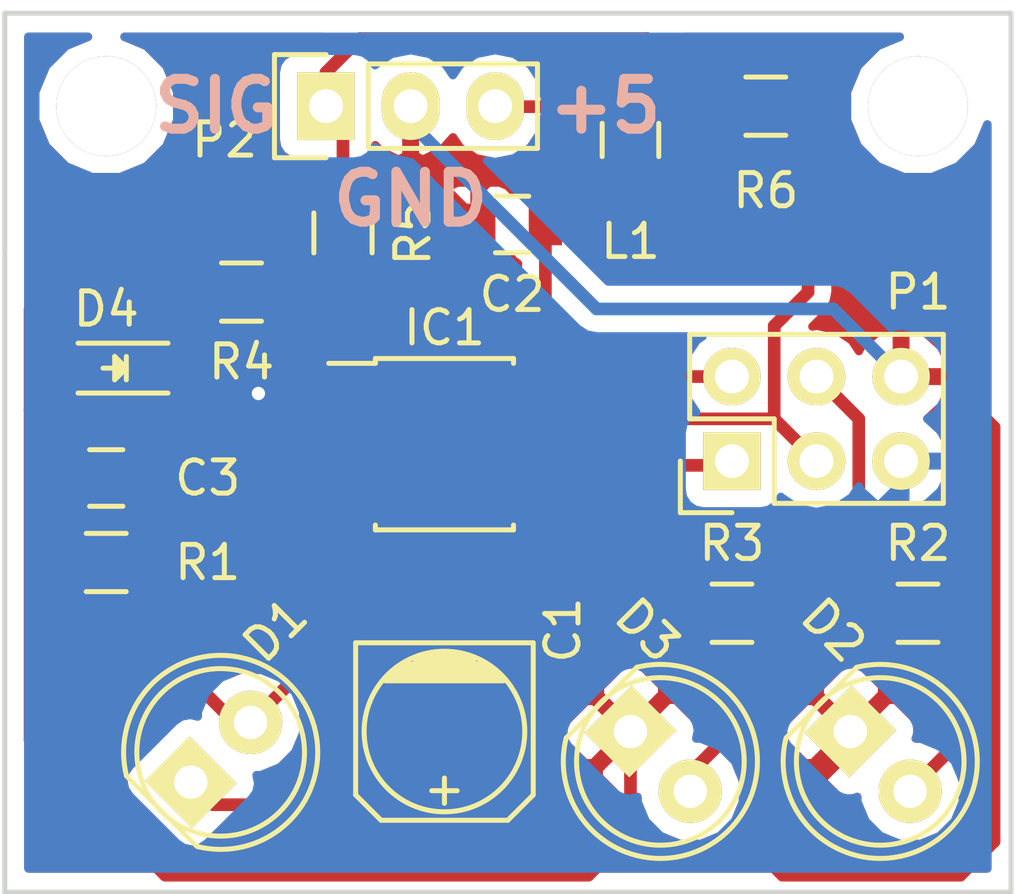
<source format=kicad_pcb>
(kicad_pcb (version 4) (host pcbnew 4.0.1-stable)

  (general
    (links 32)
    (no_connects 0)
    (area 122.593499 92.4105 154.69138 121.233001)
    (thickness 1.6)
    (drawings 8)
    (tracks 133)
    (zones 0)
    (modules 19)
    (nets 16)
  )

  (page A4)
  (layers
    (0 F.Cu signal)
    (31 B.Cu signal)
    (32 B.Adhes user)
    (33 F.Adhes user)
    (34 B.Paste user)
    (35 F.Paste user)
    (36 B.SilkS user)
    (37 F.SilkS user)
    (38 B.Mask user)
    (39 F.Mask user)
    (40 Dwgs.User user)
    (41 Cmts.User user)
    (42 Eco1.User user)
    (43 Eco2.User user)
    (44 Edge.Cuts user)
    (45 Margin user)
    (46 B.CrtYd user)
    (47 F.CrtYd user)
    (48 B.Fab user)
    (49 F.Fab user)
  )

  (setup
    (last_trace_width 0.25)
    (user_trace_width 0.381)
    (user_trace_width 0.508)
    (trace_clearance 0.2)
    (zone_clearance 0.508)
    (zone_45_only no)
    (trace_min 0.2)
    (segment_width 0.2)
    (edge_width 0.15)
    (via_size 0.6)
    (via_drill 0.4)
    (via_min_size 0.4)
    (via_min_drill 0.3)
    (user_via 10.16 7.62)
    (uvia_size 0.3)
    (uvia_drill 0.1)
    (uvias_allowed no)
    (uvia_min_size 0.2)
    (uvia_min_drill 0.1)
    (pcb_text_width 0.3)
    (pcb_text_size 1.5 1.5)
    (mod_edge_width 0.15)
    (mod_text_size 0.000001 0.000001)
    (mod_text_width 0.15)
    (pad_size 1.4 1.4)
    (pad_drill 0.6)
    (pad_to_mask_clearance 0.2)
    (aux_axis_origin 0 0)
    (visible_elements FFFFFF7F)
    (pcbplotparams
      (layerselection 0x010ff_80000001)
      (usegerberextensions true)
      (excludeedgelayer true)
      (linewidth 0.100000)
      (plotframeref false)
      (viasonmask false)
      (mode 1)
      (useauxorigin false)
      (hpglpennumber 1)
      (hpglpenspeed 20)
      (hpglpendiameter 15)
      (hpglpenoverlay 2)
      (psnegative false)
      (psa4output false)
      (plotreference true)
      (plotvalue true)
      (plotinvisibletext false)
      (padsonsilk false)
      (subtractmaskfromsilk false)
      (outputformat 1)
      (mirror false)
      (drillshape 0)
      (scaleselection 1)
      (outputdirectory gerbers/))
  )

  (net 0 "")
  (net 1 "Net-(C1-Pad1)")
  (net 2 GND)
  (net 3 VCC)
  (net 4 "Net-(D2-Pad2)")
  (net 5 "Net-(D3-Pad2)")
  (net 6 "Net-(D4-Pad2)")
  (net 7 "Net-(IC1-Pad1)")
  (net 8 "Net-(IC1-Pad2)")
  (net 9 "Net-(IC1-Pad5)")
  (net 10 "Net-(IC1-Pad6)")
  (net 11 "Net-(IC1-Pad7)")
  (net 12 "Net-(L1-Pad2)")
  (net 13 "Net-(P2-Pad1)")
  (net 14 "Net-(W1-Pad1)")
  (net 15 "Net-(W2-Pad1)")

  (net_class Default "This is the default net class."
    (clearance 0.2)
    (trace_width 0.25)
    (via_dia 0.6)
    (via_drill 0.4)
    (uvia_dia 0.3)
    (uvia_drill 0.1)
    (add_net GND)
    (add_net "Net-(C1-Pad1)")
    (add_net "Net-(D2-Pad2)")
    (add_net "Net-(D3-Pad2)")
    (add_net "Net-(D4-Pad2)")
    (add_net "Net-(IC1-Pad1)")
    (add_net "Net-(IC1-Pad2)")
    (add_net "Net-(IC1-Pad5)")
    (add_net "Net-(IC1-Pad6)")
    (add_net "Net-(IC1-Pad7)")
    (add_net "Net-(L1-Pad2)")
    (add_net "Net-(P2-Pad1)")
    (add_net "Net-(W1-Pad1)")
    (add_net "Net-(W2-Pad1)")
    (add_net VCC)
  )

  (module Capacitors_SMD:c_elec_5x5.7 (layer F.Cu) (tedit 56F6EDE5) (tstamp 56F75140)
    (at 136.144 116.332 270)
    (descr "SMT capacitor, aluminium electrolytic, 5x5.7")
    (path /56E9FDD8)
    (attr smd)
    (fp_text reference C1 (at -3.048 -3.556 270) (layer F.SilkS)
      (effects (font (size 1 1) (thickness 0.15)))
    )
    (fp_text value "22uF 25v" (at 0 3.81 270) (layer F.Fab) hide
      (effects (font (size 1 1) (thickness 0.15)))
    )
    (fp_line (start -3.95 -3) (end 3.95 -3) (layer F.CrtYd) (width 0.05))
    (fp_line (start 3.95 -3) (end 3.95 3) (layer F.CrtYd) (width 0.05))
    (fp_line (start 3.95 3) (end -3.95 3) (layer F.CrtYd) (width 0.05))
    (fp_line (start -3.95 3) (end -3.95 -3) (layer F.CrtYd) (width 0.05))
    (fp_line (start -2.286 -0.635) (end -2.286 0.762) (layer F.SilkS) (width 0.15))
    (fp_line (start -2.159 -0.889) (end -2.159 0.889) (layer F.SilkS) (width 0.15))
    (fp_line (start -2.032 -1.27) (end -2.032 1.27) (layer F.SilkS) (width 0.15))
    (fp_line (start -1.905 1.397) (end -1.905 -1.397) (layer F.SilkS) (width 0.15))
    (fp_line (start -1.778 -1.524) (end -1.778 1.524) (layer F.SilkS) (width 0.15))
    (fp_line (start -1.651 1.651) (end -1.651 -1.651) (layer F.SilkS) (width 0.15))
    (fp_line (start -1.524 -1.778) (end -1.524 1.778) (layer F.SilkS) (width 0.15))
    (fp_line (start -2.667 -2.667) (end 1.905 -2.667) (layer F.SilkS) (width 0.15))
    (fp_line (start 1.905 -2.667) (end 2.667 -1.905) (layer F.SilkS) (width 0.15))
    (fp_line (start 2.667 -1.905) (end 2.667 1.905) (layer F.SilkS) (width 0.15))
    (fp_line (start 2.667 1.905) (end 1.905 2.667) (layer F.SilkS) (width 0.15))
    (fp_line (start 1.905 2.667) (end -2.667 2.667) (layer F.SilkS) (width 0.15))
    (fp_line (start -2.667 2.667) (end -2.667 -2.667) (layer F.SilkS) (width 0.15))
    (fp_line (start 2.159 0) (end 1.397 0) (layer F.SilkS) (width 0.15))
    (fp_line (start 1.778 -0.381) (end 1.778 0.381) (layer F.SilkS) (width 0.15))
    (fp_circle (center 0 0) (end -2.413 0) (layer F.SilkS) (width 0.15))
    (pad 1 smd rect (at 2.19964 0 270) (size 2.99974 1.6002) (layers F.Cu F.Paste F.Mask)
      (net 1 "Net-(C1-Pad1)"))
    (pad 2 smd rect (at -2.19964 0 270) (size 2.99974 1.6002) (layers F.Cu F.Paste F.Mask)
      (net 2 GND))
    (model Capacitors_SMD.3dshapes/c_elec_5x5.7.wrl
      (at (xyz 0 0 0))
      (scale (xyz 1 1 1))
      (rotate (xyz 0 0 0))
    )
  )

  (module Capacitors_SMD:C_0805 (layer F.Cu) (tedit 56F6ECA1) (tstamp 56F7514C)
    (at 138.176 101.092 180)
    (descr "Capacitor SMD 0805, reflow soldering, AVX (see smccp.pdf)")
    (tags "capacitor 0805")
    (path /56E9FE32)
    (attr smd)
    (fp_text reference C2 (at 0 -2.1 180) (layer F.SilkS)
      (effects (font (size 1 1) (thickness 0.15)))
    )
    (fp_text value 100nF (at 0 2.1 180) (layer F.Fab) hide
      (effects (font (size 1 1) (thickness 0.15)))
    )
    (fp_line (start -1.8 -1) (end 1.8 -1) (layer F.CrtYd) (width 0.05))
    (fp_line (start -1.8 1) (end 1.8 1) (layer F.CrtYd) (width 0.05))
    (fp_line (start -1.8 -1) (end -1.8 1) (layer F.CrtYd) (width 0.05))
    (fp_line (start 1.8 -1) (end 1.8 1) (layer F.CrtYd) (width 0.05))
    (fp_line (start 0.5 -0.85) (end -0.5 -0.85) (layer F.SilkS) (width 0.15))
    (fp_line (start -0.5 0.85) (end 0.5 0.85) (layer F.SilkS) (width 0.15))
    (pad 1 smd rect (at -1 0 180) (size 1 1.25) (layers F.Cu F.Paste F.Mask)
      (net 1 "Net-(C1-Pad1)"))
    (pad 2 smd rect (at 1 0 180) (size 1 1.25) (layers F.Cu F.Paste F.Mask)
      (net 2 GND))
    (model Capacitors_SMD.3dshapes/C_0805.wrl
      (at (xyz 0 0 0))
      (scale (xyz 1 1 1))
      (rotate (xyz 0 0 0))
    )
  )

  (module Capacitors_SMD:C_0805 (layer F.Cu) (tedit 56F6F363) (tstamp 56F75158)
    (at 125.984 108.712)
    (descr "Capacitor SMD 0805, reflow soldering, AVX (see smccp.pdf)")
    (tags "capacitor 0805")
    (path /56E9FF0F)
    (attr smd)
    (fp_text reference C3 (at 3.048 0) (layer F.SilkS)
      (effects (font (size 1 1) (thickness 0.15)))
    )
    (fp_text value 1nF (at 0 2.1) (layer F.Fab) hide
      (effects (font (size 1 1) (thickness 0.15)))
    )
    (fp_line (start -1.8 -1) (end 1.8 -1) (layer F.CrtYd) (width 0.05))
    (fp_line (start -1.8 1) (end 1.8 1) (layer F.CrtYd) (width 0.05))
    (fp_line (start -1.8 -1) (end -1.8 1) (layer F.CrtYd) (width 0.05))
    (fp_line (start 1.8 -1) (end 1.8 1) (layer F.CrtYd) (width 0.05))
    (fp_line (start 0.5 -0.85) (end -0.5 -0.85) (layer F.SilkS) (width 0.15))
    (fp_line (start -0.5 0.85) (end 0.5 0.85) (layer F.SilkS) (width 0.15))
    (pad 1 smd rect (at -1 0) (size 1 1.25) (layers F.Cu F.Paste F.Mask)
      (net 3 VCC))
    (pad 2 smd rect (at 1 0) (size 1 1.25) (layers F.Cu F.Paste F.Mask)
      (net 2 GND))
    (model Capacitors_SMD.3dshapes/C_0805.wrl
      (at (xyz 0 0 0))
      (scale (xyz 1 1 1))
      (rotate (xyz 0 0 0))
    )
  )

  (module LEDs:LED-5MM (layer F.Cu) (tedit 56F6EDF2) (tstamp 56F75164)
    (at 128.524 117.856 45)
    (descr "LED 5mm round vertical")
    (tags "LED 5mm round vertical")
    (path /56EA38D2)
    (fp_text reference D1 (at 5.028943 -1.436841 45) (layer F.SilkS)
      (effects (font (size 1 1) (thickness 0.15)))
    )
    (fp_text value SFH3100F (at 1.524 -3.937 45) (layer F.Fab) hide
      (effects (font (size 1 1) (thickness 0.15)))
    )
    (fp_line (start -1.5 -1.55) (end -1.5 1.55) (layer F.CrtYd) (width 0.05))
    (fp_arc (start 1.3 0) (end -1.5 1.55) (angle -302) (layer F.CrtYd) (width 0.05))
    (fp_arc (start 1.27 0) (end -1.23 -1.5) (angle 297.5) (layer F.SilkS) (width 0.15))
    (fp_line (start -1.23 1.5) (end -1.23 -1.5) (layer F.SilkS) (width 0.15))
    (fp_circle (center 1.27 0) (end 0.97 -2.5) (layer F.SilkS) (width 0.15))
    (fp_text user K (at -1.905 1.905 45) (layer F.SilkS) hide
      (effects (font (size 1 1) (thickness 0.15)))
    )
    (pad 1 thru_hole rect (at 0 0 135) (size 2 1.9) (drill 1.00076) (layers *.Cu *.Mask F.SilkS)
      (net 1 "Net-(C1-Pad1)"))
    (pad 2 thru_hole circle (at 2.54 0 45) (size 1.9 1.9) (drill 1.00076) (layers *.Cu *.Mask F.SilkS)
      (net 3 VCC))
    (model LEDs.3dshapes/LED-5MM.wrl
      (at (xyz 0.05 0 0))
      (scale (xyz 1 1 1))
      (rotate (xyz 0 0 90))
    )
  )

  (module LEDs:LED-5MM (layer F.Cu) (tedit 56F6EDF9) (tstamp 56F75170)
    (at 148.336 116.332 315)
    (descr "LED 5mm round vertical")
    (tags "LED 5mm round vertical")
    (path /56E9FFED)
    (fp_text reference D2 (at -2.514472 -1.796051 315) (layer F.SilkS)
      (effects (font (size 1 1) (thickness 0.15)))
    )
    (fp_text value IR1 (at 1.524 -3.937 315) (layer F.Fab) hide
      (effects (font (size 1 1) (thickness 0.15)))
    )
    (fp_line (start -1.5 -1.55) (end -1.5 1.55) (layer F.CrtYd) (width 0.05))
    (fp_arc (start 1.3 0) (end -1.5 1.55) (angle -302) (layer F.CrtYd) (width 0.05))
    (fp_arc (start 1.27 0) (end -1.23 -1.5) (angle 297.5) (layer F.SilkS) (width 0.15))
    (fp_line (start -1.23 1.5) (end -1.23 -1.5) (layer F.SilkS) (width 0.15))
    (fp_circle (center 1.27 0) (end 0.97 -2.5) (layer F.SilkS) (width 0.15))
    (fp_text user K (at -1.905 1.905 315) (layer F.SilkS) hide
      (effects (font (size 1 1) (thickness 0.15)))
    )
    (pad 1 thru_hole rect (at 0 0 45) (size 2 1.9) (drill 1.00076) (layers *.Cu *.Mask F.SilkS)
      (net 2 GND))
    (pad 2 thru_hole circle (at 2.54 0 315) (size 1.9 1.9) (drill 1.00076) (layers *.Cu *.Mask F.SilkS)
      (net 4 "Net-(D2-Pad2)"))
    (model LEDs.3dshapes/LED-5MM.wrl
      (at (xyz 0.05 0 0))
      (scale (xyz 1 1 1))
      (rotate (xyz 0 0 90))
    )
  )

  (module LEDs:LED-5MM (layer F.Cu) (tedit 56F6EDE8) (tstamp 56F7517C)
    (at 141.732 116.332 315)
    (descr "LED 5mm round vertical")
    (tags "LED 5mm round vertical")
    (path /56EA003D)
    (fp_text reference D3 (at -1.796051 -2.514472 315) (layer F.SilkS)
      (effects (font (size 1 1) (thickness 0.15)))
    )
    (fp_text value IR2 (at 1.524 -3.937 315) (layer F.Fab) hide
      (effects (font (size 1 1) (thickness 0.15)))
    )
    (fp_line (start -1.5 -1.55) (end -1.5 1.55) (layer F.CrtYd) (width 0.05))
    (fp_arc (start 1.3 0) (end -1.5 1.55) (angle -302) (layer F.CrtYd) (width 0.05))
    (fp_arc (start 1.27 0) (end -1.23 -1.5) (angle 297.5) (layer F.SilkS) (width 0.15))
    (fp_line (start -1.23 1.5) (end -1.23 -1.5) (layer F.SilkS) (width 0.15))
    (fp_circle (center 1.27 0) (end 0.97 -2.5) (layer F.SilkS) (width 0.15))
    (fp_text user K (at -1.905 1.905 315) (layer F.SilkS) hide
      (effects (font (size 1 1) (thickness 0.15)))
    )
    (pad 1 thru_hole rect (at 0 0 45) (size 2 1.9) (drill 1.00076) (layers *.Cu *.Mask F.SilkS)
      (net 2 GND))
    (pad 2 thru_hole circle (at 2.54 0 315) (size 1.9 1.9) (drill 1.00076) (layers *.Cu *.Mask F.SilkS)
      (net 5 "Net-(D3-Pad2)"))
    (model LEDs.3dshapes/LED-5MM.wrl
      (at (xyz 0.05 0 0))
      (scale (xyz 1 1 1))
      (rotate (xyz 0 0 90))
    )
  )

  (module LEDs:LED_0805 (layer F.Cu) (tedit 56F6F361) (tstamp 56F7518F)
    (at 126.238 105.41 180)
    (descr "LED 0805 smd package")
    (tags "LED 0805 SMD")
    (path /56EA0088)
    (attr smd)
    (fp_text reference D4 (at 0.254 1.778 180) (layer F.SilkS)
      (effects (font (size 1 1) (thickness 0.15)))
    )
    (fp_text value PWR (at 0 1.75 180) (layer F.Fab) hide
      (effects (font (size 1 1) (thickness 0.15)))
    )
    (fp_line (start -1.6 0.75) (end 1.1 0.75) (layer F.SilkS) (width 0.15))
    (fp_line (start -1.6 -0.75) (end 1.1 -0.75) (layer F.SilkS) (width 0.15))
    (fp_line (start -0.1 0.15) (end -0.1 -0.1) (layer F.SilkS) (width 0.15))
    (fp_line (start -0.1 -0.1) (end -0.25 0.05) (layer F.SilkS) (width 0.15))
    (fp_line (start -0.35 -0.35) (end -0.35 0.35) (layer F.SilkS) (width 0.15))
    (fp_line (start 0 0) (end 0.35 0) (layer F.SilkS) (width 0.15))
    (fp_line (start -0.35 0) (end 0 -0.35) (layer F.SilkS) (width 0.15))
    (fp_line (start 0 -0.35) (end 0 0.35) (layer F.SilkS) (width 0.15))
    (fp_line (start 0 0.35) (end -0.35 0) (layer F.SilkS) (width 0.15))
    (fp_line (start 1.9 -0.95) (end 1.9 0.95) (layer F.CrtYd) (width 0.05))
    (fp_line (start 1.9 0.95) (end -1.9 0.95) (layer F.CrtYd) (width 0.05))
    (fp_line (start -1.9 0.95) (end -1.9 -0.95) (layer F.CrtYd) (width 0.05))
    (fp_line (start -1.9 -0.95) (end 1.9 -0.95) (layer F.CrtYd) (width 0.05))
    (pad 2 smd rect (at 1.04902 0) (size 1.19888 1.19888) (layers F.Cu F.Paste F.Mask)
      (net 6 "Net-(D4-Pad2)"))
    (pad 1 smd rect (at -1.04902 0) (size 1.19888 1.19888) (layers F.Cu F.Paste F.Mask)
      (net 2 GND))
    (model LEDs.3dshapes/LED_0805.wrl
      (at (xyz 0 0 0))
      (scale (xyz 1 1 1))
      (rotate (xyz 0 0 0))
    )
  )

  (module Housings_SOIC:SOIC-8_3.9x4.9mm_Pitch1.27mm (layer F.Cu) (tedit 56F6EC24) (tstamp 56F751A6)
    (at 136.144 107.696)
    (descr "8-Lead Plastic Small Outline (SN) - Narrow, 3.90 mm Body [SOIC] (see Microchip Packaging Specification 00000049BS.pdf)")
    (tags "SOIC 1.27")
    (path /56E9FD4A)
    (attr smd)
    (fp_text reference IC1 (at 0 -3.5) (layer F.SilkS)
      (effects (font (size 1 1) (thickness 0.15)))
    )
    (fp_text value ATTINY25-SS (at 0 3.5) (layer F.Fab) hide
      (effects (font (size 1 1) (thickness 0.15)))
    )
    (fp_line (start -3.75 -2.75) (end -3.75 2.75) (layer F.CrtYd) (width 0.05))
    (fp_line (start 3.75 -2.75) (end 3.75 2.75) (layer F.CrtYd) (width 0.05))
    (fp_line (start -3.75 -2.75) (end 3.75 -2.75) (layer F.CrtYd) (width 0.05))
    (fp_line (start -3.75 2.75) (end 3.75 2.75) (layer F.CrtYd) (width 0.05))
    (fp_line (start -2.075 -2.575) (end -2.075 -2.43) (layer F.SilkS) (width 0.15))
    (fp_line (start 2.075 -2.575) (end 2.075 -2.43) (layer F.SilkS) (width 0.15))
    (fp_line (start 2.075 2.575) (end 2.075 2.43) (layer F.SilkS) (width 0.15))
    (fp_line (start -2.075 2.575) (end -2.075 2.43) (layer F.SilkS) (width 0.15))
    (fp_line (start -2.075 -2.575) (end 2.075 -2.575) (layer F.SilkS) (width 0.15))
    (fp_line (start -2.075 2.575) (end 2.075 2.575) (layer F.SilkS) (width 0.15))
    (fp_line (start -2.075 -2.43) (end -3.475 -2.43) (layer F.SilkS) (width 0.15))
    (pad 1 smd rect (at -2.7 -1.905) (size 1.55 0.6) (layers F.Cu F.Paste F.Mask)
      (net 7 "Net-(IC1-Pad1)"))
    (pad 2 smd rect (at -2.7 -0.635) (size 1.55 0.6) (layers F.Cu F.Paste F.Mask)
      (net 8 "Net-(IC1-Pad2)"))
    (pad 3 smd rect (at -2.7 0.635) (size 1.55 0.6) (layers F.Cu F.Paste F.Mask)
      (net 3 VCC))
    (pad 4 smd rect (at -2.7 1.905) (size 1.55 0.6) (layers F.Cu F.Paste F.Mask)
      (net 2 GND))
    (pad 5 smd rect (at 2.7 1.905) (size 1.55 0.6) (layers F.Cu F.Paste F.Mask)
      (net 9 "Net-(IC1-Pad5)"))
    (pad 6 smd rect (at 2.7 0.635) (size 1.55 0.6) (layers F.Cu F.Paste F.Mask)
      (net 10 "Net-(IC1-Pad6)"))
    (pad 7 smd rect (at 2.7 -0.635) (size 1.55 0.6) (layers F.Cu F.Paste F.Mask)
      (net 11 "Net-(IC1-Pad7)"))
    (pad 8 smd rect (at 2.7 -1.905) (size 1.55 0.6) (layers F.Cu F.Paste F.Mask)
      (net 1 "Net-(C1-Pad1)"))
    (model Housings_SOIC.3dshapes/SOIC-8_3.9x4.9mm_Pitch1.27mm.wrl
      (at (xyz 0 0 0))
      (scale (xyz 1 1 1))
      (rotate (xyz 0 0 0))
    )
  )

  (module Capacitors_SMD:C_0805 (layer F.Cu) (tedit 56F6EEAE) (tstamp 56F751B2)
    (at 141.732 98.552 90)
    (descr "Capacitor SMD 0805, reflow soldering, AVX (see smccp.pdf)")
    (tags "capacitor 0805")
    (path /56EA0229)
    (attr smd)
    (fp_text reference L1 (at -3.048 0 180) (layer F.SilkS)
      (effects (font (size 1 1) (thickness 0.15)))
    )
    (fp_text value 1uH (at 0 2.1 90) (layer F.Fab) hide
      (effects (font (size 1 1) (thickness 0.15)))
    )
    (fp_line (start -1.8 -1) (end 1.8 -1) (layer F.CrtYd) (width 0.05))
    (fp_line (start -1.8 1) (end 1.8 1) (layer F.CrtYd) (width 0.05))
    (fp_line (start -1.8 -1) (end -1.8 1) (layer F.CrtYd) (width 0.05))
    (fp_line (start 1.8 -1) (end 1.8 1) (layer F.CrtYd) (width 0.05))
    (fp_line (start 0.5 -0.85) (end -0.5 -0.85) (layer F.SilkS) (width 0.15))
    (fp_line (start -0.5 0.85) (end 0.5 0.85) (layer F.SilkS) (width 0.15))
    (pad 1 smd rect (at -1 0 90) (size 1 1.25) (layers F.Cu F.Paste F.Mask)
      (net 1 "Net-(C1-Pad1)"))
    (pad 2 smd rect (at 1 0 90) (size 1 1.25) (layers F.Cu F.Paste F.Mask)
      (net 12 "Net-(L1-Pad2)"))
    (model Capacitors_SMD.3dshapes/C_0805.wrl
      (at (xyz 0 0 0))
      (scale (xyz 1 1 1))
      (rotate (xyz 0 0 0))
    )
  )

  (module Pin_Headers:Pin_Header_Straight_2x03 (layer F.Cu) (tedit 56F6EBDC) (tstamp 56F751C9)
    (at 144.78 108.204 90)
    (descr "Through hole pin header")
    (tags "pin header")
    (path /56EA00EB)
    (fp_text reference P1 (at 5.08 5.588 180) (layer F.SilkS)
      (effects (font (size 1 1) (thickness 0.15)))
    )
    (fp_text value AVR_ISP (at 0 -3.1 90) (layer F.Fab) hide
      (effects (font (size 1 1) (thickness 0.15)))
    )
    (fp_line (start -1.27 1.27) (end -1.27 6.35) (layer F.SilkS) (width 0.15))
    (fp_line (start -1.55 -1.55) (end 0 -1.55) (layer F.SilkS) (width 0.15))
    (fp_line (start -1.75 -1.75) (end -1.75 6.85) (layer F.CrtYd) (width 0.05))
    (fp_line (start 4.3 -1.75) (end 4.3 6.85) (layer F.CrtYd) (width 0.05))
    (fp_line (start -1.75 -1.75) (end 4.3 -1.75) (layer F.CrtYd) (width 0.05))
    (fp_line (start -1.75 6.85) (end 4.3 6.85) (layer F.CrtYd) (width 0.05))
    (fp_line (start 1.27 -1.27) (end 1.27 1.27) (layer F.SilkS) (width 0.15))
    (fp_line (start 1.27 1.27) (end -1.27 1.27) (layer F.SilkS) (width 0.15))
    (fp_line (start -1.27 6.35) (end 3.81 6.35) (layer F.SilkS) (width 0.15))
    (fp_line (start 3.81 6.35) (end 3.81 1.27) (layer F.SilkS) (width 0.15))
    (fp_line (start -1.55 -1.55) (end -1.55 0) (layer F.SilkS) (width 0.15))
    (fp_line (start 3.81 -1.27) (end 1.27 -1.27) (layer F.SilkS) (width 0.15))
    (fp_line (start 3.81 1.27) (end 3.81 -1.27) (layer F.SilkS) (width 0.15))
    (pad 1 thru_hole rect (at 0 0 90) (size 1.7272 1.7272) (drill 1.016) (layers *.Cu *.Mask F.SilkS)
      (net 10 "Net-(IC1-Pad6)"))
    (pad 2 thru_hole oval (at 2.54 0 90) (size 1.7272 1.7272) (drill 1.016) (layers *.Cu *.Mask F.SilkS)
      (net 1 "Net-(C1-Pad1)"))
    (pad 3 thru_hole oval (at 0 2.54 90) (size 1.7272 1.7272) (drill 1.016) (layers *.Cu *.Mask F.SilkS)
      (net 11 "Net-(IC1-Pad7)"))
    (pad 4 thru_hole oval (at 2.54 2.54 90) (size 1.7272 1.7272) (drill 1.016) (layers *.Cu *.Mask F.SilkS)
      (net 9 "Net-(IC1-Pad5)"))
    (pad 5 thru_hole oval (at 0 5.08 90) (size 1.7272 1.7272) (drill 1.016) (layers *.Cu *.Mask F.SilkS)
      (net 7 "Net-(IC1-Pad1)"))
    (pad 6 thru_hole oval (at 2.54 5.08 90) (size 1.7272 1.7272) (drill 1.016) (layers *.Cu *.Mask F.SilkS)
      (net 2 GND))
    (model Pin_Headers.3dshapes/Pin_Header_Straight_2x03.wrl
      (at (xyz 0.05 -0.1 0))
      (scale (xyz 1 1 1))
      (rotate (xyz 0 0 90))
    )
  )

  (module Pin_Headers:Pin_Header_Straight_1x03 (layer F.Cu) (tedit 56F6EBE1) (tstamp 56F751DB)
    (at 132.588 97.536 90)
    (descr "Through hole pin header")
    (tags "pin header")
    (path /56EA01E2)
    (fp_text reference P2 (at -1.016 -3.048 180) (layer F.SilkS)
      (effects (font (size 1 1) (thickness 0.15)))
    )
    (fp_text value OUT (at 0 -3.1 90) (layer F.Fab) hide
      (effects (font (size 1 1) (thickness 0.15)))
    )
    (fp_line (start -1.75 -1.75) (end -1.75 6.85) (layer F.CrtYd) (width 0.05))
    (fp_line (start 1.75 -1.75) (end 1.75 6.85) (layer F.CrtYd) (width 0.05))
    (fp_line (start -1.75 -1.75) (end 1.75 -1.75) (layer F.CrtYd) (width 0.05))
    (fp_line (start -1.75 6.85) (end 1.75 6.85) (layer F.CrtYd) (width 0.05))
    (fp_line (start -1.27 1.27) (end -1.27 6.35) (layer F.SilkS) (width 0.15))
    (fp_line (start -1.27 6.35) (end 1.27 6.35) (layer F.SilkS) (width 0.15))
    (fp_line (start 1.27 6.35) (end 1.27 1.27) (layer F.SilkS) (width 0.15))
    (fp_line (start 1.55 -1.55) (end 1.55 0) (layer F.SilkS) (width 0.15))
    (fp_line (start 1.27 1.27) (end -1.27 1.27) (layer F.SilkS) (width 0.15))
    (fp_line (start -1.55 0) (end -1.55 -1.55) (layer F.SilkS) (width 0.15))
    (fp_line (start -1.55 -1.55) (end 1.55 -1.55) (layer F.SilkS) (width 0.15))
    (pad 1 thru_hole rect (at 0 0 90) (size 2.032 1.7272) (drill 1.016) (layers *.Cu *.Mask F.SilkS)
      (net 13 "Net-(P2-Pad1)"))
    (pad 2 thru_hole oval (at 0 2.54 90) (size 2.032 1.7272) (drill 1.016) (layers *.Cu *.Mask F.SilkS)
      (net 2 GND))
    (pad 3 thru_hole oval (at 0 5.08 90) (size 2.032 1.7272) (drill 1.016) (layers *.Cu *.Mask F.SilkS)
      (net 12 "Net-(L1-Pad2)"))
    (model Pin_Headers.3dshapes/Pin_Header_Straight_1x03.wrl
      (at (xyz 0 -0.1 0))
      (scale (xyz 1 1 1))
      (rotate (xyz 0 0 90))
    )
  )

  (module Resistors_SMD:R_0805 (layer F.Cu) (tedit 56F6F367) (tstamp 56F751E7)
    (at 125.984 111.252)
    (descr "Resistor SMD 0805, reflow soldering, Vishay (see dcrcw.pdf)")
    (tags "resistor 0805")
    (path /56E9FD98)
    (attr smd)
    (fp_text reference R1 (at 3.048 0) (layer F.SilkS)
      (effects (font (size 1 1) (thickness 0.15)))
    )
    (fp_text value 6k8 (at 0 2.1) (layer F.Fab) hide
      (effects (font (size 1 1) (thickness 0.15)))
    )
    (fp_line (start -1.6 -1) (end 1.6 -1) (layer F.CrtYd) (width 0.05))
    (fp_line (start -1.6 1) (end 1.6 1) (layer F.CrtYd) (width 0.05))
    (fp_line (start -1.6 -1) (end -1.6 1) (layer F.CrtYd) (width 0.05))
    (fp_line (start 1.6 -1) (end 1.6 1) (layer F.CrtYd) (width 0.05))
    (fp_line (start 0.6 0.875) (end -0.6 0.875) (layer F.SilkS) (width 0.15))
    (fp_line (start -0.6 -0.875) (end 0.6 -0.875) (layer F.SilkS) (width 0.15))
    (pad 1 smd rect (at -0.95 0) (size 0.7 1.3) (layers F.Cu F.Paste F.Mask)
      (net 3 VCC))
    (pad 2 smd rect (at 0.95 0) (size 0.7 1.3) (layers F.Cu F.Paste F.Mask)
      (net 2 GND))
    (model Resistors_SMD.3dshapes/R_0805.wrl
      (at (xyz 0 0 0))
      (scale (xyz 1 1 1))
      (rotate (xyz 0 0 0))
    )
  )

  (module Resistors_SMD:R_0805 (layer F.Cu) (tedit 56F6ECA6) (tstamp 56F751F3)
    (at 150.368 112.776)
    (descr "Resistor SMD 0805, reflow soldering, Vishay (see dcrcw.pdf)")
    (tags "resistor 0805")
    (path /56E9FF4F)
    (attr smd)
    (fp_text reference R2 (at 0 -2.1) (layer F.SilkS)
      (effects (font (size 1 1) (thickness 0.15)))
    )
    (fp_text value 866R (at 0 2.1) (layer F.Fab) hide
      (effects (font (size 1 1) (thickness 0.15)))
    )
    (fp_line (start -1.6 -1) (end 1.6 -1) (layer F.CrtYd) (width 0.05))
    (fp_line (start -1.6 1) (end 1.6 1) (layer F.CrtYd) (width 0.05))
    (fp_line (start -1.6 -1) (end -1.6 1) (layer F.CrtYd) (width 0.05))
    (fp_line (start 1.6 -1) (end 1.6 1) (layer F.CrtYd) (width 0.05))
    (fp_line (start 0.6 0.875) (end -0.6 0.875) (layer F.SilkS) (width 0.15))
    (fp_line (start -0.6 -0.875) (end 0.6 -0.875) (layer F.SilkS) (width 0.15))
    (pad 1 smd rect (at -0.95 0) (size 0.7 1.3) (layers F.Cu F.Paste F.Mask)
      (net 9 "Net-(IC1-Pad5)"))
    (pad 2 smd rect (at 0.95 0) (size 0.7 1.3) (layers F.Cu F.Paste F.Mask)
      (net 4 "Net-(D2-Pad2)"))
    (model Resistors_SMD.3dshapes/R_0805.wrl
      (at (xyz 0 0 0))
      (scale (xyz 1 1 1))
      (rotate (xyz 0 0 0))
    )
  )

  (module Resistors_SMD:R_0805 (layer F.Cu) (tedit 56F6ECBD) (tstamp 56F751FF)
    (at 144.78 112.776)
    (descr "Resistor SMD 0805, reflow soldering, Vishay (see dcrcw.pdf)")
    (tags "resistor 0805")
    (path /56E9FF88)
    (attr smd)
    (fp_text reference R3 (at 0 -2.1) (layer F.SilkS)
      (effects (font (size 1 1) (thickness 0.15)))
    )
    (fp_text value 1k (at 0 2.1) (layer F.Fab) hide
      (effects (font (size 1 1) (thickness 0.15)))
    )
    (fp_line (start -1.6 -1) (end 1.6 -1) (layer F.CrtYd) (width 0.05))
    (fp_line (start -1.6 1) (end 1.6 1) (layer F.CrtYd) (width 0.05))
    (fp_line (start -1.6 -1) (end -1.6 1) (layer F.CrtYd) (width 0.05))
    (fp_line (start 1.6 -1) (end 1.6 1) (layer F.CrtYd) (width 0.05))
    (fp_line (start 0.6 0.875) (end -0.6 0.875) (layer F.SilkS) (width 0.15))
    (fp_line (start -0.6 -0.875) (end 0.6 -0.875) (layer F.SilkS) (width 0.15))
    (pad 1 smd rect (at -0.95 0) (size 0.7 1.3) (layers F.Cu F.Paste F.Mask)
      (net 10 "Net-(IC1-Pad6)"))
    (pad 2 smd rect (at 0.95 0) (size 0.7 1.3) (layers F.Cu F.Paste F.Mask)
      (net 5 "Net-(D3-Pad2)"))
    (model Resistors_SMD.3dshapes/R_0805.wrl
      (at (xyz 0 0 0))
      (scale (xyz 1 1 1))
      (rotate (xyz 0 0 0))
    )
  )

  (module Resistors_SMD:R_0805 (layer F.Cu) (tedit 56F6ECA9) (tstamp 56F7520B)
    (at 130.048 103.124 180)
    (descr "Resistor SMD 0805, reflow soldering, Vishay (see dcrcw.pdf)")
    (tags "resistor 0805")
    (path /56E9FFB3)
    (attr smd)
    (fp_text reference R4 (at 0 -2.1 180) (layer F.SilkS)
      (effects (font (size 1 1) (thickness 0.15)))
    )
    (fp_text value 330R (at 0 2.1 180) (layer F.Fab) hide
      (effects (font (size 1 1) (thickness 0.15)))
    )
    (fp_line (start -1.6 -1) (end 1.6 -1) (layer F.CrtYd) (width 0.05))
    (fp_line (start -1.6 1) (end 1.6 1) (layer F.CrtYd) (width 0.05))
    (fp_line (start -1.6 -1) (end -1.6 1) (layer F.CrtYd) (width 0.05))
    (fp_line (start 1.6 -1) (end 1.6 1) (layer F.CrtYd) (width 0.05))
    (fp_line (start 0.6 0.875) (end -0.6 0.875) (layer F.SilkS) (width 0.15))
    (fp_line (start -0.6 -0.875) (end 0.6 -0.875) (layer F.SilkS) (width 0.15))
    (pad 1 smd rect (at -0.95 0 180) (size 0.7 1.3) (layers F.Cu F.Paste F.Mask)
      (net 8 "Net-(IC1-Pad2)"))
    (pad 2 smd rect (at 0.95 0 180) (size 0.7 1.3) (layers F.Cu F.Paste F.Mask)
      (net 6 "Net-(D4-Pad2)"))
    (model Resistors_SMD.3dshapes/R_0805.wrl
      (at (xyz 0 0 0))
      (scale (xyz 1 1 1))
      (rotate (xyz 0 0 0))
    )
  )

  (module Resistors_SMD:R_0805 (layer F.Cu) (tedit 56F6ECB9) (tstamp 56F75217)
    (at 133.096 101.346 270)
    (descr "Resistor SMD 0805, reflow soldering, Vishay (see dcrcw.pdf)")
    (tags "resistor 0805")
    (path /56EA0147)
    (attr smd)
    (fp_text reference R5 (at 0 -2.1 270) (layer F.SilkS)
      (effects (font (size 1 1) (thickness 0.15)))
    )
    (fp_text value 3k (at 0 2.1 270) (layer F.Fab) hide
      (effects (font (size 1 1) (thickness 0.15)))
    )
    (fp_line (start -1.6 -1) (end 1.6 -1) (layer F.CrtYd) (width 0.05))
    (fp_line (start -1.6 1) (end 1.6 1) (layer F.CrtYd) (width 0.05))
    (fp_line (start -1.6 -1) (end -1.6 1) (layer F.CrtYd) (width 0.05))
    (fp_line (start 1.6 -1) (end 1.6 1) (layer F.CrtYd) (width 0.05))
    (fp_line (start 0.6 0.875) (end -0.6 0.875) (layer F.SilkS) (width 0.15))
    (fp_line (start -0.6 -0.875) (end 0.6 -0.875) (layer F.SilkS) (width 0.15))
    (pad 1 smd rect (at -0.95 0 270) (size 0.7 1.3) (layers F.Cu F.Paste F.Mask)
      (net 13 "Net-(P2-Pad1)"))
    (pad 2 smd rect (at 0.95 0 270) (size 0.7 1.3) (layers F.Cu F.Paste F.Mask)
      (net 8 "Net-(IC1-Pad2)"))
    (model Resistors_SMD.3dshapes/R_0805.wrl
      (at (xyz 0 0 0))
      (scale (xyz 1 1 1))
      (rotate (xyz 0 0 0))
    )
  )

  (module Resistors_SMD:R_0805 (layer F.Cu) (tedit 56F6EEB0) (tstamp 56F75223)
    (at 145.796 97.536)
    (descr "Resistor SMD 0805, reflow soldering, Vishay (see dcrcw.pdf)")
    (tags "resistor 0805")
    (path /56EA01A0)
    (attr smd)
    (fp_text reference R6 (at 0 2.54) (layer F.SilkS)
      (effects (font (size 1 1) (thickness 0.15)))
    )
    (fp_text value 3k3 (at 0 2.1) (layer F.Fab) hide
      (effects (font (size 1 1) (thickness 0.15)))
    )
    (fp_line (start -1.6 -1) (end 1.6 -1) (layer F.CrtYd) (width 0.05))
    (fp_line (start -1.6 1) (end 1.6 1) (layer F.CrtYd) (width 0.05))
    (fp_line (start -1.6 -1) (end -1.6 1) (layer F.CrtYd) (width 0.05))
    (fp_line (start 1.6 -1) (end 1.6 1) (layer F.CrtYd) (width 0.05))
    (fp_line (start 0.6 0.875) (end -0.6 0.875) (layer F.SilkS) (width 0.15))
    (fp_line (start -0.6 -0.875) (end 0.6 -0.875) (layer F.SilkS) (width 0.15))
    (pad 1 smd rect (at -0.95 0) (size 0.7 1.3) (layers F.Cu F.Paste F.Mask)
      (net 13 "Net-(P2-Pad1)"))
    (pad 2 smd rect (at 0.95 0) (size 0.7 1.3) (layers F.Cu F.Paste F.Mask)
      (net 11 "Net-(IC1-Pad7)"))
    (model Resistors_SMD.3dshapes/R_0805.wrl
      (at (xyz 0 0 0))
      (scale (xyz 1 1 1))
      (rotate (xyz 0 0 0))
    )
  )

  (module Mounting_Holes:MountingHole_3mm (layer F.Cu) (tedit 56F6ECB3) (tstamp 56F75228)
    (at 125.984 97.536)
    (descr "Mounting hole, Befestigungsbohrung, 3mm, No Annular, Kein Restring,")
    (tags "Mounting hole, Befestigungsbohrung, 3mm, No Annular, Kein Restring,")
    (path /56F6ED18)
    (fp_text reference W1 (at 0 -4.0005) (layer F.SilkS) hide
      (effects (font (size 1 1) (thickness 0.15)))
    )
    (fp_text value TEST_1P (at 1.00076 5.00126) (layer F.Fab) hide
      (effects (font (size 1 1) (thickness 0.15)))
    )
    (fp_circle (center 0 0) (end 3 0) (layer Cmts.User) (width 0.381))
    (pad 1 thru_hole circle (at 0 0) (size 3 3) (drill 3) (layers)
      (net 14 "Net-(W1-Pad1)"))
  )

  (module Mounting_Holes:MountingHole_3mm (layer F.Cu) (tedit 56F6ECB6) (tstamp 56F7522D)
    (at 150.368 97.536)
    (descr "Mounting hole, Befestigungsbohrung, 3mm, No Annular, Kein Restring,")
    (tags "Mounting hole, Befestigungsbohrung, 3mm, No Annular, Kein Restring,")
    (path /56F6ED5F)
    (fp_text reference W2 (at 0 -4.0005) (layer F.SilkS) hide
      (effects (font (size 1 1) (thickness 0.15)))
    )
    (fp_text value TEST_1P (at 1.00076 5.00126) (layer F.Fab) hide
      (effects (font (size 1 1) (thickness 0.15)))
    )
    (fp_circle (center 0 0) (end 3 0) (layer Cmts.User) (width 0.381))
    (pad 1 thru_hole circle (at 0 0) (size 3 3) (drill 3) (layers)
      (net 15 "Net-(W2-Pad1)"))
  )

  (gr_text SIG (at 129.286 97.536) (layer B.SilkS)
    (effects (font (size 1.5 1.5) (thickness 0.3)))
  )
  (gr_text +5 (at 140.97 97.536) (layer B.SilkS)
    (effects (font (size 1.5 1.5) (thickness 0.3)))
  )
  (gr_text GND (at 135.128 100.33) (layer B.SilkS)
    (effects (font (size 1.5 1.5) (thickness 0.3)))
  )
  (gr_line (start 122.936 94.742) (end 122.936 101.854) (angle 90) (layer Edge.Cuts) (width 0.15))
  (gr_line (start 153.162 94.742) (end 122.936 94.742) (angle 90) (layer Edge.Cuts) (width 0.15))
  (gr_line (start 153.162 121.158) (end 153.162 94.742) (angle 90) (layer Edge.Cuts) (width 0.15))
  (gr_line (start 122.936 121.158) (end 153.162 121.158) (angle 90) (layer Edge.Cuts) (width 0.15))
  (gr_line (start 122.936 101.854) (end 122.936 121.158) (angle 90) (layer Edge.Cuts) (width 0.15))

  (segment (start 136.144 118.53164) (end 136.99236 118.53164) (width 0.381) (layer F.Cu) (net 1))
  (segment (start 137.541 105.791) (end 138.844 105.791) (width 0.381) (layer F.Cu) (net 1) (tstamp 56F759F9))
  (segment (start 136.398 106.934) (end 137.541 105.791) (width 0.381) (layer F.Cu) (net 1) (tstamp 56F759F8))
  (segment (start 136.398 108.204) (end 136.398 106.934) (width 0.381) (layer F.Cu) (net 1) (tstamp 56F759F7))
  (segment (start 136.144 108.458) (end 136.398 108.204) (width 0.381) (layer F.Cu) (net 1) (tstamp 56F759F6))
  (segment (start 136.144 110.744) (end 136.144 108.458) (width 0.381) (layer F.Cu) (net 1) (tstamp 56F759F5))
  (segment (start 138.176 112.776) (end 136.144 110.744) (width 0.381) (layer F.Cu) (net 1) (tstamp 56F759F4))
  (segment (start 138.176 117.348) (end 138.176 112.776) (width 0.381) (layer F.Cu) (net 1) (tstamp 56F759F3))
  (segment (start 136.99236 118.53164) (end 138.176 117.348) (width 0.381) (layer F.Cu) (net 1) (tstamp 56F759F2))
  (segment (start 139.176 101.092) (end 139.176 105.459) (width 0.381) (layer F.Cu) (net 1))
  (segment (start 139.176 105.459) (end 138.844 105.791) (width 0.381) (layer F.Cu) (net 1) (tstamp 56F759EE))
  (segment (start 141.732 99.552) (end 141.732 99.568) (width 0.381) (layer F.Cu) (net 1))
  (segment (start 144.78 105.664) (end 138.971 105.664) (width 0.381) (layer F.Cu) (net 1))
  (segment (start 138.971 105.664) (end 138.844 105.791) (width 0.381) (layer F.Cu) (net 1) (tstamp 56F758EC))
  (segment (start 141.732 99.552) (end 141.732 100.584) (width 0.381) (layer F.Cu) (net 1))
  (segment (start 141.224 101.092) (end 139.176 101.092) (width 0.381) (layer F.Cu) (net 1) (tstamp 56F758A3))
  (segment (start 141.732 100.584) (end 141.224 101.092) (width 0.381) (layer F.Cu) (net 1) (tstamp 56F758A2))
  (segment (start 136.144 118.53164) (end 129.19964 118.53164) (width 0.381) (layer F.Cu) (net 1))
  (segment (start 129.19964 118.53164) (end 128.524 117.856) (width 0.381) (layer F.Cu) (net 1) (tstamp 56F75883))
  (segment (start 135.128 97.536) (end 135.128 98.044) (width 0.381) (layer B.Cu) (net 2))
  (segment (start 135.128 98.044) (end 140.716 103.632) (width 0.381) (layer B.Cu) (net 2) (tstamp 56F75A66))
  (segment (start 147.828 103.632) (end 149.86 105.664) (width 0.381) (layer B.Cu) (net 2) (tstamp 56F75A69))
  (segment (start 140.716 103.632) (end 147.828 103.632) (width 0.381) (layer B.Cu) (net 2) (tstamp 56F75A67))
  (segment (start 145.288 119.888) (end 145.542 119.888) (width 0.381) (layer F.Cu) (net 2))
  (segment (start 151.13 105.664) (end 149.86 105.664) (width 0.381) (layer F.Cu) (net 2) (tstamp 56F75A0E))
  (segment (start 152.654 107.188) (end 151.13 105.664) (width 0.381) (layer F.Cu) (net 2) (tstamp 56F75A0D))
  (segment (start 152.654 119.634) (end 152.654 107.188) (width 0.381) (layer F.Cu) (net 2) (tstamp 56F75A0C))
  (segment (start 151.638 120.65) (end 152.654 119.634) (width 0.381) (layer F.Cu) (net 2) (tstamp 56F75A0B))
  (segment (start 146.304 120.65) (end 151.638 120.65) (width 0.381) (layer F.Cu) (net 2) (tstamp 56F75A0A))
  (segment (start 145.542 119.888) (end 146.304 120.65) (width 0.381) (layer F.Cu) (net 2) (tstamp 56F75A09))
  (segment (start 141.732 119.38) (end 140.462 120.65) (width 0.381) (layer F.Cu) (net 2))
  (segment (start 123.698 116.586) (end 123.698 106.68) (width 0.381) (layer F.Cu) (net 2) (tstamp 56F75A05))
  (segment (start 127.762 120.65) (end 123.698 116.586) (width 0.381) (layer F.Cu) (net 2) (tstamp 56F75A04))
  (segment (start 140.462 120.65) (end 127.762 120.65) (width 0.381) (layer F.Cu) (net 2) (tstamp 56F75A03))
  (segment (start 134.62 109.601) (end 135.001 109.601) (width 0.381) (layer F.Cu) (net 2))
  (segment (start 135.382 105.41) (end 136.144 104.648) (width 0.381) (layer F.Cu) (net 2) (tstamp 56F759EB))
  (segment (start 135.382 109.22) (end 135.382 105.41) (width 0.381) (layer F.Cu) (net 2) (tstamp 56F759EA))
  (segment (start 135.001 109.601) (end 135.382 109.22) (width 0.381) (layer F.Cu) (net 2) (tstamp 56F759E9))
  (segment (start 126.984 108.712) (end 126.984 107.426) (width 0.381) (layer F.Cu) (net 2))
  (segment (start 126.984 107.426) (end 126.492 106.934) (width 0.381) (layer F.Cu) (net 2) (tstamp 56F759CA))
  (segment (start 126.492 106.934) (end 123.952 106.934) (width 0.381) (layer F.Cu) (net 2) (tstamp 56F759CB))
  (segment (start 123.952 106.934) (end 123.698 106.68) (width 0.381) (layer F.Cu) (net 2) (tstamp 56F759CC))
  (segment (start 123.698 106.68) (end 123.698 103.632) (width 0.381) (layer F.Cu) (net 2) (tstamp 56F759CD))
  (segment (start 136.922 101.346) (end 137.176 101.092) (width 0.381) (layer F.Cu) (net 2) (tstamp 56F759D1))
  (segment (start 136.144 114.13236) (end 136.144 113.538) (width 0.381) (layer F.Cu) (net 2))
  (segment (start 136.144 113.538) (end 133.444 110.838) (width 0.381) (layer F.Cu) (net 2) (tstamp 56F759BB))
  (segment (start 133.444 110.838) (end 133.444 109.601) (width 0.381) (layer F.Cu) (net 2) (tstamp 56F759BC))
  (segment (start 137.176 101.092) (end 137.176 103.616) (width 0.381) (layer F.Cu) (net 2))
  (segment (start 134.62 109.601) (end 133.444 109.601) (width 0.381) (layer F.Cu) (net 2) (tstamp 56F759E7))
  (segment (start 137.176 103.616) (end 136.144 104.648) (width 0.381) (layer F.Cu) (net 2) (tstamp 56F759B4))
  (segment (start 127.28702 105.41) (end 127.28702 108.40898) (width 0.381) (layer F.Cu) (net 2))
  (segment (start 127.28702 108.40898) (end 126.984 108.712) (width 0.381) (layer F.Cu) (net 2) (tstamp 56F75986))
  (segment (start 126.984 108.712) (end 126.984 111.202) (width 0.381) (layer F.Cu) (net 2) (tstamp 56F75987))
  (segment (start 126.984 111.202) (end 126.934 111.252) (width 0.381) (layer F.Cu) (net 2) (tstamp 56F75988))
  (segment (start 148.336 116.332) (end 148.336 116.84) (width 0.381) (layer F.Cu) (net 2))
  (segment (start 148.336 116.84) (end 145.288 119.888) (width 0.381) (layer F.Cu) (net 2) (tstamp 56F758BF))
  (segment (start 145.288 119.888) (end 142.24 119.888) (width 0.381) (layer F.Cu) (net 2) (tstamp 56F758C0))
  (segment (start 142.24 119.888) (end 141.732 119.38) (width 0.381) (layer F.Cu) (net 2) (tstamp 56F758C1))
  (segment (start 141.732 119.38) (end 141.732 119.38) (width 0.381) (layer F.Cu) (net 2) (tstamp 56F75A01))
  (segment (start 141.732 119.38) (end 141.732 116.332) (width 0.381) (layer F.Cu) (net 2) (tstamp 56F758C2))
  (segment (start 135.128 97.536) (end 135.128 99.044) (width 0.381) (layer F.Cu) (net 2))
  (segment (start 135.128 99.044) (end 137.176 101.092) (width 0.381) (layer F.Cu) (net 2) (tstamp 56F7589F))
  (segment (start 133.444 108.331) (end 132.461 108.331) (width 0.381) (layer F.Cu) (net 3))
  (segment (start 131.572 114.808) (end 130.320051 116.059949) (width 0.381) (layer F.Cu) (net 3) (tstamp 56F759C7))
  (segment (start 131.572 109.22) (end 131.572 114.808) (width 0.381) (layer F.Cu) (net 3) (tstamp 56F759C6))
  (segment (start 132.461 108.331) (end 131.572 109.22) (width 0.381) (layer F.Cu) (net 3) (tstamp 56F759C5))
  (segment (start 124.984 108.712) (end 124.984 111.202) (width 0.381) (layer F.Cu) (net 3))
  (segment (start 124.984 111.202) (end 129.841949 116.059949) (width 0.381) (layer F.Cu) (net 3) (tstamp 56F7598B))
  (segment (start 129.841949 116.059949) (end 130.320051 116.059949) (width 0.381) (layer F.Cu) (net 3) (tstamp 56F7598C))
  (segment (start 150.132051 118.128051) (end 150.132051 118.091949) (width 0.381) (layer F.Cu) (net 4))
  (segment (start 150.132051 118.091949) (end 151.318 116.906) (width 0.381) (layer F.Cu) (net 4) (tstamp 56F758C5))
  (segment (start 151.318 116.906) (end 151.318 112.776) (width 0.381) (layer F.Cu) (net 4) (tstamp 56F758C6))
  (segment (start 143.528051 118.128051) (end 143.528051 117.583949) (width 0.381) (layer F.Cu) (net 5))
  (segment (start 143.528051 117.583949) (end 145.796 115.316) (width 0.381) (layer F.Cu) (net 5) (tstamp 56F758BA))
  (segment (start 145.796 115.316) (end 145.796 112.842) (width 0.381) (layer F.Cu) (net 5) (tstamp 56F758BB))
  (segment (start 145.796 112.842) (end 145.73 112.776) (width 0.381) (layer F.Cu) (net 5) (tstamp 56F758BC))
  (segment (start 125.18898 105.41) (end 125.18898 104.17302) (width 0.381) (layer F.Cu) (net 6))
  (segment (start 126.238 103.124) (end 129.098 103.124) (width 0.381) (layer F.Cu) (net 6) (tstamp 56F75983))
  (segment (start 125.18898 104.17302) (end 126.238 103.124) (width 0.381) (layer F.Cu) (net 6) (tstamp 56F75982))
  (segment (start 149.86 108.204) (end 149.86 108.966) (width 0.381) (layer B.Cu) (net 7))
  (segment (start 149.86 108.966) (end 148.59 110.236) (width 0.381) (layer B.Cu) (net 7) (tstamp 56F75A20))
  (segment (start 148.59 110.236) (end 134.62 110.236) (width 0.381) (layer B.Cu) (net 7) (tstamp 56F75A21))
  (segment (start 134.62 110.236) (end 130.556 106.172) (width 0.381) (layer B.Cu) (net 7) (tstamp 56F75A22))
  (via (at 130.556 106.172) (size 0.6) (drill 0.4) (layers F.Cu B.Cu) (net 7))
  (segment (start 130.556 106.172) (end 131.064 105.664) (width 0.381) (layer F.Cu) (net 7) (tstamp 56F75A26))
  (segment (start 131.064 105.664) (end 133.317 105.664) (width 0.381) (layer F.Cu) (net 7) (tstamp 56F75A27))
  (segment (start 133.317 105.664) (end 133.444 105.791) (width 0.381) (layer F.Cu) (net 7) (tstamp 56F75A28))
  (segment (start 133.444 107.061) (end 132.207 107.061) (width 0.381) (layer F.Cu) (net 8))
  (segment (start 130.302 103.82) (end 130.998 103.124) (width 0.381) (layer F.Cu) (net 8) (tstamp 56F75A18))
  (segment (start 130.302 103.886) (end 130.302 103.82) (width 0.381) (layer F.Cu) (net 8) (tstamp 56F75A17))
  (segment (start 128.778 105.41) (end 130.302 103.886) (width 0.381) (layer F.Cu) (net 8) (tstamp 56F75A16))
  (segment (start 128.778 106.934) (end 128.778 105.41) (width 0.381) (layer F.Cu) (net 8) (tstamp 56F75A15))
  (segment (start 129.794 107.95) (end 128.778 106.934) (width 0.381) (layer F.Cu) (net 8) (tstamp 56F75A14))
  (segment (start 131.318 107.95) (end 129.794 107.95) (width 0.381) (layer F.Cu) (net 8) (tstamp 56F75A13))
  (segment (start 132.207 107.061) (end 131.318 107.95) (width 0.381) (layer F.Cu) (net 8) (tstamp 56F75A12))
  (segment (start 133.096 102.296) (end 131.826 102.296) (width 0.381) (layer F.Cu) (net 8))
  (segment (start 131.826 102.296) (end 130.998 103.124) (width 0.381) (layer F.Cu) (net 8) (tstamp 56F7599E))
  (segment (start 138.844 109.601) (end 141.605 109.601) (width 0.381) (layer F.Cu) (net 9))
  (segment (start 147.574 110.49) (end 148.59 109.474) (width 0.381) (layer F.Cu) (net 9) (tstamp 56F759DB))
  (segment (start 142.494 110.49) (end 147.574 110.49) (width 0.381) (layer F.Cu) (net 9) (tstamp 56F759DA))
  (segment (start 141.605 109.601) (end 142.494 110.49) (width 0.381) (layer F.Cu) (net 9) (tstamp 56F759D9))
  (segment (start 147.32 105.664) (end 148.59 106.934) (width 0.381) (layer F.Cu) (net 9))
  (segment (start 149.352 110.236) (end 149.352 112.71) (width 0.381) (layer F.Cu) (net 9) (tstamp 56F75907))
  (segment (start 148.59 109.474) (end 149.352 110.236) (width 0.381) (layer F.Cu) (net 9) (tstamp 56F75906))
  (segment (start 148.59 106.934) (end 148.59 109.474) (width 0.381) (layer F.Cu) (net 9) (tstamp 56F75905))
  (segment (start 149.352 112.71) (end 149.418 112.776) (width 0.381) (layer F.Cu) (net 9) (tstamp 56F75908))
  (segment (start 147.32 105.41) (end 147.32 105.664) (width 0.381) (layer F.Cu) (net 9) (tstamp 56F758F4))
  (segment (start 138.844 108.331) (end 137.541 108.331) (width 0.381) (layer F.Cu) (net 10))
  (segment (start 142.814 111.76) (end 143.83 112.776) (width 0.381) (layer F.Cu) (net 10) (tstamp 56F759E3))
  (segment (start 138.43 111.76) (end 142.814 111.76) (width 0.381) (layer F.Cu) (net 10) (tstamp 56F759E1))
  (segment (start 136.906 110.236) (end 138.43 111.76) (width 0.381) (layer F.Cu) (net 10) (tstamp 56F759E0))
  (segment (start 136.906 108.966) (end 136.906 110.236) (width 0.381) (layer F.Cu) (net 10) (tstamp 56F759DF))
  (segment (start 137.541 108.331) (end 136.906 108.966) (width 0.381) (layer F.Cu) (net 10) (tstamp 56F759DE))
  (segment (start 138.844 108.331) (end 144.653 108.331) (width 0.381) (layer F.Cu) (net 10))
  (segment (start 144.653 108.331) (end 144.78 108.204) (width 0.381) (layer F.Cu) (net 10) (tstamp 56F758E2))
  (segment (start 146.05 106.934) (end 146.05 104.14) (width 0.381) (layer F.Cu) (net 11))
  (segment (start 147.066 103.124) (end 147.066 97.856) (width 0.381) (layer F.Cu) (net 11) (tstamp 56F759FD))
  (segment (start 146.05 104.14) (end 147.066 103.124) (width 0.381) (layer F.Cu) (net 11) (tstamp 56F759FC))
  (segment (start 147.066 97.856) (end 146.746 97.536) (width 0.381) (layer F.Cu) (net 11) (tstamp 56F759FE))
  (segment (start 147.32 108.204) (end 146.05 106.934) (width 0.381) (layer F.Cu) (net 11))
  (segment (start 142.494 107.188) (end 138.971 107.188) (width 0.381) (layer F.Cu) (net 11) (tstamp 56F758E8))
  (segment (start 142.748 106.934) (end 142.494 107.188) (width 0.381) (layer F.Cu) (net 11) (tstamp 56F758E7))
  (segment (start 146.05 106.934) (end 142.748 106.934) (width 0.381) (layer F.Cu) (net 11) (tstamp 56F758E6))
  (segment (start 138.971 107.188) (end 138.844 107.061) (width 0.381) (layer F.Cu) (net 11) (tstamp 56F758E9))
  (segment (start 141.732 97.552) (end 137.684 97.552) (width 0.381) (layer F.Cu) (net 12))
  (segment (start 137.684 97.552) (end 137.668 97.536) (width 0.381) (layer F.Cu) (net 12) (tstamp 56F758AB))
  (segment (start 133.096 100.396) (end 133.096 98.044) (width 0.381) (layer F.Cu) (net 13))
  (segment (start 133.096 98.044) (end 132.588 97.536) (width 0.381) (layer F.Cu) (net 13) (tstamp 56F759D4))
  (segment (start 132.588 97.536) (end 132.588 96.52) (width 0.381) (layer F.Cu) (net 13))
  (segment (start 132.588 96.52) (end 133.604 95.504) (width 0.381) (layer F.Cu) (net 13) (tstamp 56F758AD))
  (segment (start 144.272 97.536) (end 144.846 97.536) (width 0.381) (layer F.Cu) (net 13) (tstamp 56F758B1))
  (segment (start 142.24 95.504) (end 144.272 97.536) (width 0.381) (layer F.Cu) (net 13) (tstamp 56F758AF))
  (segment (start 133.604 95.504) (end 142.24 95.504) (width 0.381) (layer F.Cu) (net 13) (tstamp 56F758AE))

  (zone (net 2) (net_name GND) (layer F.Cu) (tstamp 56F75A61) (hatch edge 0.508)
    (connect_pads (clearance 0.508))
    (min_thickness 0.254)
    (fill yes (arc_segments 16) (thermal_gap 0.508) (thermal_bridge_width 0.508))
    (polygon
      (pts
        (xy 152.908 120.904) (xy 122.936 120.904) (xy 122.936 94.996) (xy 152.908 94.996) (xy 152.908 120.904)
      )
    )
    (filled_polygon
      (pts
        (xy 149.1602 95.72498) (xy 148.559091 96.325041) (xy 148.233372 97.109459) (xy 148.23263 97.958815) (xy 148.55698 98.7438)
        (xy 149.157041 99.344909) (xy 149.941459 99.670628) (xy 150.790815 99.67137) (xy 151.5758 99.34702) (xy 152.176909 98.746959)
        (xy 152.452 98.084467) (xy 152.452 120.448) (xy 137.428065 120.448) (xy 137.540531 120.2834) (xy 137.59154 120.03151)
        (xy 137.59154 119.099894) (xy 138.759714 117.931719) (xy 138.759717 117.931717) (xy 138.938663 117.663905) (xy 138.942379 117.645224)
        (xy 139.001501 117.348) (xy 139.0015 117.347995) (xy 139.0015 116.241046) (xy 139.718142 116.241046) (xy 139.718142 116.493664)
        (xy 139.814814 116.727053) (xy 140.373825 117.286064) (xy 140.598331 117.286064) (xy 141.552395 116.332) (xy 140.633686 115.413292)
        (xy 140.40918 115.413292) (xy 139.814815 116.007656) (xy 139.718142 116.241046) (xy 139.0015 116.241046) (xy 139.0015 115.00918)
        (xy 140.813292 115.00918) (xy 140.813292 115.233686) (xy 141.732 116.152395) (xy 142.686064 115.198331) (xy 142.686064 114.973825)
        (xy 142.127053 114.414814) (xy 141.893664 114.318142) (xy 141.641046 114.318142) (xy 141.407656 114.414815) (xy 140.813292 115.00918)
        (xy 139.0015 115.00918) (xy 139.0015 112.776005) (xy 139.001501 112.776) (xy 138.963608 112.5855) (xy 142.472066 112.5855)
        (xy 142.83256 112.945994) (xy 142.83256 113.426) (xy 142.876838 113.661317) (xy 143.01591 113.877441) (xy 143.22811 114.022431)
        (xy 143.48 114.07344) (xy 144.18 114.07344) (xy 144.415317 114.029162) (xy 144.631441 113.89009) (xy 144.776431 113.67789)
        (xy 144.779081 113.664803) (xy 144.91591 113.877441) (xy 144.9705 113.914741) (xy 144.9705 114.974067) (xy 143.745858 116.198708)
        (xy 143.745858 116.170336) (xy 143.649186 115.936947) (xy 143.090175 115.377936) (xy 142.865669 115.377936) (xy 141.911605 116.332)
        (xy 141.925748 116.346142) (xy 141.746142 116.525748) (xy 141.732 116.511605) (xy 140.777936 117.465669) (xy 140.777936 117.690175)
        (xy 141.336947 118.249186) (xy 141.570336 118.345858) (xy 141.822954 118.345858) (xy 141.942903 118.296173) (xy 141.942776 118.441944)
        (xy 142.18357 119.024708) (xy 142.629048 119.470965) (xy 143.211392 119.712775) (xy 143.841944 119.713326) (xy 144.424708 119.472532)
        (xy 144.870965 119.027054) (xy 145.112775 118.44471) (xy 145.113326 117.814158) (xy 144.923847 117.355586) (xy 146.038387 116.241046)
        (xy 146.322142 116.241046) (xy 146.322142 116.493664) (xy 146.418814 116.727053) (xy 146.977825 117.286064) (xy 147.202331 117.286064)
        (xy 148.156395 116.332) (xy 147.237686 115.413292) (xy 147.01318 115.413292) (xy 146.418815 116.007656) (xy 146.322142 116.241046)
        (xy 146.038387 116.241046) (xy 146.379714 115.899719) (xy 146.379717 115.899717) (xy 146.486987 115.739176) (xy 146.558663 115.631906)
        (xy 146.6215 115.316) (xy 146.6215 115.00918) (xy 147.417292 115.00918) (xy 147.417292 115.233686) (xy 148.336 116.152395)
        (xy 149.290064 115.198331) (xy 149.290064 114.973825) (xy 148.731053 114.414814) (xy 148.497664 114.318142) (xy 148.245046 114.318142)
        (xy 148.011656 114.414815) (xy 147.417292 115.00918) (xy 146.6215 115.00918) (xy 146.6215 113.758284) (xy 146.676431 113.67789)
        (xy 146.72744 113.426) (xy 146.72744 112.126) (xy 146.683162 111.890683) (xy 146.54409 111.674559) (xy 146.33189 111.529569)
        (xy 146.08 111.47856) (xy 145.38 111.47856) (xy 145.144683 111.522838) (xy 144.928559 111.66191) (xy 144.783569 111.87411)
        (xy 144.780919 111.887197) (xy 144.64409 111.674559) (xy 144.43189 111.529569) (xy 144.18 111.47856) (xy 143.699994 111.47856)
        (xy 143.536934 111.3155) (xy 147.574 111.3155) (xy 147.889906 111.252663) (xy 148.157717 111.073717) (xy 148.5265 110.704934)
        (xy 148.5265 111.793716) (xy 148.471569 111.87411) (xy 148.42056 112.126) (xy 148.42056 113.426) (xy 148.464838 113.661317)
        (xy 148.60391 113.877441) (xy 148.81611 114.022431) (xy 149.068 114.07344) (xy 149.768 114.07344) (xy 150.003317 114.029162)
        (xy 150.219441 113.89009) (xy 150.364431 113.67789) (xy 150.367081 113.664803) (xy 150.4925 113.859709) (xy 150.4925 116.56151)
        (xy 150.44871 116.543327) (xy 150.300052 116.543197) (xy 150.349858 116.422954) (xy 150.349858 116.170336) (xy 150.253186 115.936947)
        (xy 149.694175 115.377936) (xy 149.469669 115.377936) (xy 148.515605 116.332) (xy 148.529748 116.346142) (xy 148.350142 116.525748)
        (xy 148.336 116.511605) (xy 147.381936 117.465669) (xy 147.381936 117.690175) (xy 147.940947 118.249186) (xy 148.174336 118.345858)
        (xy 148.426954 118.345858) (xy 148.546903 118.296173) (xy 148.546776 118.441944) (xy 148.78757 119.024708) (xy 149.233048 119.470965)
        (xy 149.815392 119.712775) (xy 150.445944 119.713326) (xy 151.028708 119.472532) (xy 151.474965 119.027054) (xy 151.716775 118.44471)
        (xy 151.717326 117.814158) (xy 151.676378 117.715056) (xy 151.901717 117.489717) (xy 152.080663 117.221906) (xy 152.1435 116.906)
        (xy 152.1435 113.854878) (xy 152.264431 113.67789) (xy 152.31544 113.426) (xy 152.31544 112.126) (xy 152.271162 111.890683)
        (xy 152.13209 111.674559) (xy 151.91989 111.529569) (xy 151.668 111.47856) (xy 150.968 111.47856) (xy 150.732683 111.522838)
        (xy 150.516559 111.66191) (xy 150.371569 111.87411) (xy 150.368919 111.887197) (xy 150.23209 111.674559) (xy 150.1775 111.637259)
        (xy 150.1775 110.236005) (xy 150.177501 110.236) (xy 150.114663 109.920095) (xy 150.08475 109.875327) (xy 149.973826 109.709318)
        (xy 150.433489 109.617885) (xy 150.91967 109.293029) (xy 151.244526 108.806848) (xy 151.3586 108.233359) (xy 151.3586 108.174641)
        (xy 151.244526 107.601152) (xy 150.91967 107.114971) (xy 150.648839 106.934008) (xy 151.066821 106.55249) (xy 151.314968 106.023027)
        (xy 151.194469 105.791) (xy 149.987 105.791) (xy 149.987 105.811) (xy 149.733 105.811) (xy 149.733 105.791)
        (xy 149.713 105.791) (xy 149.713 105.537) (xy 149.733 105.537) (xy 149.733 104.330183) (xy 149.987 104.330183)
        (xy 149.987 105.537) (xy 151.194469 105.537) (xy 151.314968 105.304973) (xy 151.066821 104.77551) (xy 150.634947 104.381312)
        (xy 150.219026 104.209042) (xy 149.987 104.330183) (xy 149.733 104.330183) (xy 149.500974 104.209042) (xy 149.085053 104.381312)
        (xy 148.653179 104.77551) (xy 148.595664 104.898228) (xy 148.37967 104.574971) (xy 147.893489 104.250115) (xy 147.32 104.136041)
        (xy 147.196909 104.160525) (xy 147.649717 103.707717) (xy 147.828663 103.439906) (xy 147.891501 103.124) (xy 147.8915 103.123995)
        (xy 147.8915 97.856) (xy 147.828663 97.540095) (xy 147.828663 97.540094) (xy 147.74344 97.41255) (xy 147.74344 96.886)
        (xy 147.699162 96.650683) (xy 147.56009 96.434559) (xy 147.34789 96.289569) (xy 147.096 96.23856) (xy 146.396 96.23856)
        (xy 146.160683 96.282838) (xy 145.944559 96.42191) (xy 145.799569 96.63411) (xy 145.796919 96.647197) (xy 145.66009 96.434559)
        (xy 145.44789 96.289569) (xy 145.196 96.23856) (xy 144.496 96.23856) (xy 144.260683 96.282838) (xy 144.215407 96.311973)
        (xy 143.355434 95.452) (xy 149.82086 95.452)
      )
    )
    (filled_polygon
      (pts
        (xy 124.7762 95.72498) (xy 124.175091 96.325041) (xy 123.849372 97.109459) (xy 123.84863 97.958815) (xy 124.17298 98.7438)
        (xy 124.773041 99.344909) (xy 125.557459 99.670628) (xy 126.406815 99.67137) (xy 127.1918 99.34702) (xy 127.792909 98.746959)
        (xy 128.118628 97.962541) (xy 128.11937 97.113185) (xy 127.79502 96.3282) (xy 127.194959 95.727091) (xy 126.532467 95.452)
        (xy 132.488566 95.452) (xy 132.068006 95.87256) (xy 131.7244 95.87256) (xy 131.489083 95.916838) (xy 131.272959 96.05591)
        (xy 131.127969 96.26811) (xy 131.07696 96.52) (xy 131.07696 98.552) (xy 131.121238 98.787317) (xy 131.26031 99.003441)
        (xy 131.47251 99.148431) (xy 131.7244 99.19944) (xy 132.2705 99.19944) (xy 132.2705 99.431583) (xy 132.210683 99.442838)
        (xy 131.994559 99.58191) (xy 131.849569 99.79411) (xy 131.79856 100.046) (xy 131.79856 100.746) (xy 131.842838 100.981317)
        (xy 131.98191 101.197441) (xy 132.19411 101.342431) (xy 132.207197 101.345081) (xy 132.012291 101.4705) (xy 131.826005 101.4705)
        (xy 131.826 101.470499) (xy 131.510095 101.533337) (xy 131.242283 101.712283) (xy 131.128006 101.82656) (xy 130.648 101.82656)
        (xy 130.412683 101.870838) (xy 130.196559 102.00991) (xy 130.051569 102.22211) (xy 130.048919 102.235197) (xy 129.91209 102.022559)
        (xy 129.69989 101.877569) (xy 129.448 101.82656) (xy 128.748 101.82656) (xy 128.512683 101.870838) (xy 128.296559 102.00991)
        (xy 128.151569 102.22211) (xy 128.1361 102.2985) (xy 126.238 102.2985) (xy 125.922094 102.361337) (xy 125.814824 102.433013)
        (xy 125.654283 102.540283) (xy 125.654281 102.540286) (xy 124.605263 103.589303) (xy 124.426317 103.857114) (xy 124.396042 104.009317)
        (xy 124.36348 104.17302) (xy 124.36348 104.205656) (xy 124.354223 104.207398) (xy 124.138099 104.34647) (xy 123.993109 104.55867)
        (xy 123.9421 104.81056) (xy 123.9421 106.00944) (xy 123.986378 106.244757) (xy 124.12545 106.460881) (xy 124.33765 106.605871)
        (xy 124.58954 106.65688) (xy 125.78842 106.65688) (xy 126.023737 106.612602) (xy 126.239861 106.47353) (xy 126.245456 106.465341)
        (xy 126.327882 106.547767) (xy 126.561271 106.64444) (xy 127.00127 106.64444) (xy 127.16002 106.48569) (xy 127.16002 105.537)
        (xy 127.14002 105.537) (xy 127.14002 105.283) (xy 127.16002 105.283) (xy 127.16002 104.33431) (xy 127.00127 104.17556)
        (xy 126.561271 104.17556) (xy 126.327882 104.272233) (xy 126.245669 104.354445) (xy 126.203679 104.325754) (xy 126.579933 103.9495)
        (xy 128.133583 103.9495) (xy 128.144838 104.009317) (xy 128.28391 104.225441) (xy 128.49611 104.370431) (xy 128.624197 104.396369)
        (xy 128.467233 104.553334) (xy 128.424787 104.450861) (xy 128.246158 104.272233) (xy 128.012769 104.17556) (xy 127.57277 104.17556)
        (xy 127.41402 104.33431) (xy 127.41402 105.283) (xy 127.43402 105.283) (xy 127.43402 105.537) (xy 127.41402 105.537)
        (xy 127.41402 106.48569) (xy 127.57277 106.64444) (xy 127.9525 106.64444) (xy 127.9525 106.934) (xy 128.015337 107.249906)
        (xy 128.194283 107.517717) (xy 129.210283 108.533717) (xy 129.478094 108.712663) (xy 129.794 108.775501) (xy 129.794005 108.7755)
        (xy 130.895261 108.7755) (xy 130.809337 108.904094) (xy 130.781962 109.041717) (xy 130.7465 109.22) (xy 130.7465 114.466067)
        (xy 130.707816 114.504751) (xy 130.63671 114.475225) (xy 130.006158 114.474674) (xy 129.594289 114.644856) (xy 127.464137 112.514704)
        (xy 127.643698 112.440327) (xy 127.822327 112.261699) (xy 127.919 112.02831) (xy 127.919 111.53775) (xy 127.76025 111.379)
        (xy 127.061 111.379) (xy 127.061 111.399) (xy 126.807 111.399) (xy 126.807 111.379) (xy 126.787 111.379)
        (xy 126.787 111.125) (xy 126.807 111.125) (xy 126.807 110.12575) (xy 127.061 110.12575) (xy 127.061 111.125)
        (xy 127.76025 111.125) (xy 127.919 110.96625) (xy 127.919 110.47569) (xy 127.822327 110.242301) (xy 127.643698 110.063673)
        (xy 127.42238 109.972) (xy 127.610309 109.972) (xy 127.843698 109.875327) (xy 128.022327 109.696699) (xy 128.119 109.46331)
        (xy 128.119 108.99775) (xy 127.96025 108.839) (xy 127.111 108.839) (xy 127.111 109.81325) (xy 127.26475 109.967)
        (xy 127.21975 109.967) (xy 127.061 110.12575) (xy 126.807 110.12575) (xy 126.65325 109.972) (xy 126.69825 109.972)
        (xy 126.857 109.81325) (xy 126.857 108.839) (xy 126.837 108.839) (xy 126.837 108.585) (xy 126.857 108.585)
        (xy 126.857 107.61075) (xy 127.111 107.61075) (xy 127.111 108.585) (xy 127.96025 108.585) (xy 128.119 108.42625)
        (xy 128.119 107.96069) (xy 128.022327 107.727301) (xy 127.843698 107.548673) (xy 127.610309 107.452) (xy 127.26975 107.452)
        (xy 127.111 107.61075) (xy 126.857 107.61075) (xy 126.69825 107.452) (xy 126.357691 107.452) (xy 126.124302 107.548673)
        (xy 125.983064 107.68991) (xy 125.94809 107.635559) (xy 125.73589 107.490569) (xy 125.484 107.43956) (xy 124.484 107.43956)
        (xy 124.248683 107.483838) (xy 124.032559 107.62291) (xy 123.887569 107.83511) (xy 123.83656 108.087) (xy 123.83656 109.337)
        (xy 123.880838 109.572317) (xy 124.01991 109.788441) (xy 124.1585 109.883135) (xy 124.1585 110.246299) (xy 124.087569 110.35011)
        (xy 124.03656 110.602) (xy 124.03656 111.902) (xy 124.080838 112.137317) (xy 124.21991 112.353441) (xy 124.43211 112.498431)
        (xy 124.684 112.54944) (xy 125.164006 112.54944) (xy 128.452765 115.838198) (xy 128.245018 115.877288) (xy 128.030836 116.019333)
        (xy 126.687333 117.362836) (xy 126.552248 117.560539) (xy 126.497764 117.811701) (xy 126.545288 118.064272) (xy 126.687333 118.278454)
        (xy 128.101546 119.692667) (xy 128.299249 119.827752) (xy 128.550411 119.882236) (xy 128.802982 119.834712) (xy 129.017164 119.692667)
        (xy 129.352691 119.35714) (xy 134.69646 119.35714) (xy 134.69646 120.03151) (xy 134.740738 120.266827) (xy 134.85732 120.448)
        (xy 123.646 120.448) (xy 123.646 95.452) (xy 125.43686 95.452)
      )
    )
    (filled_polygon
      (pts
        (xy 135.255 97.409) (xy 135.275 97.409) (xy 135.275 97.663) (xy 135.255 97.663) (xy 135.255 99.022217)
        (xy 135.487026 99.143358) (xy 135.502791 99.140709) (xy 136.030036 98.886732) (xy 136.401539 98.470931) (xy 136.60833 98.780415)
        (xy 137.094511 99.105271) (xy 137.668 99.219345) (xy 138.241489 99.105271) (xy 138.72767 98.780415) (xy 138.996889 98.3775)
        (xy 140.561869 98.3775) (xy 140.64291 98.503441) (xy 140.712711 98.551134) (xy 140.655559 98.58791) (xy 140.510569 98.80011)
        (xy 140.45956 99.052) (xy 140.45956 100.052) (xy 140.499921 100.2665) (xy 140.285713 100.2665) (xy 140.279162 100.231683)
        (xy 140.14009 100.015559) (xy 139.92789 99.870569) (xy 139.676 99.81956) (xy 138.676 99.81956) (xy 138.440683 99.863838)
        (xy 138.224559 100.00291) (xy 138.178031 100.071006) (xy 138.035698 99.928673) (xy 137.802309 99.832) (xy 137.46175 99.832)
        (xy 137.303 99.99075) (xy 137.303 100.965) (xy 137.323 100.965) (xy 137.323 101.219) (xy 137.303 101.219)
        (xy 137.303 102.19325) (xy 137.46175 102.352) (xy 137.802309 102.352) (xy 138.035698 102.255327) (xy 138.176936 102.11409)
        (xy 138.21191 102.168441) (xy 138.3505 102.263135) (xy 138.3505 104.84356) (xy 138.069 104.84356) (xy 137.833683 104.887838)
        (xy 137.712993 104.9655) (xy 137.541 104.9655) (xy 137.225094 105.028337) (xy 136.957283 105.207283) (xy 135.814283 106.350283)
        (xy 135.635337 106.618094) (xy 135.618582 106.702327) (xy 135.5725 106.934) (xy 135.5725 107.862066) (xy 135.560283 107.874283)
        (xy 135.381337 108.142094) (xy 135.35671 108.265905) (xy 135.3185 108.458) (xy 135.3185 110.744) (xy 135.381337 111.059906)
        (xy 135.560283 111.327717) (xy 136.329903 112.097337) (xy 136.271 112.15624) (xy 136.271 114.00536) (xy 136.291 114.00536)
        (xy 136.291 114.25936) (xy 136.271 114.25936) (xy 136.271 116.10848) (xy 136.42975 116.26723) (xy 137.07041 116.26723)
        (xy 137.303799 116.170557) (xy 137.3505 116.123856) (xy 137.3505 116.540911) (xy 137.19599 116.435339) (xy 136.9441 116.38433)
        (xy 135.3439 116.38433) (xy 135.108583 116.428608) (xy 134.892459 116.56768) (xy 134.747469 116.77988) (xy 134.69646 117.03177)
        (xy 134.69646 117.70614) (xy 130.513703 117.70614) (xy 130.502712 117.647728) (xy 130.500974 117.645108) (xy 130.633944 117.645224)
        (xy 131.216708 117.40443) (xy 131.662965 116.958952) (xy 131.904775 116.376608) (xy 131.905326 115.746056) (xy 131.874933 115.6725)
        (xy 132.155714 115.391719) (xy 132.155717 115.391717) (xy 132.284933 115.198331) (xy 132.334663 115.123906) (xy 132.3975 114.808)
        (xy 132.3975 114.41811) (xy 134.7089 114.41811) (xy 134.7089 115.758539) (xy 134.805573 115.991928) (xy 134.984201 116.170557)
        (xy 135.21759 116.26723) (xy 135.85825 116.26723) (xy 136.017 116.10848) (xy 136.017 114.25936) (xy 134.86765 114.25936)
        (xy 134.7089 114.41811) (xy 132.3975 114.41811) (xy 132.3975 112.506181) (xy 134.7089 112.506181) (xy 134.7089 113.84661)
        (xy 134.86765 114.00536) (xy 136.017 114.00536) (xy 136.017 112.15624) (xy 135.85825 111.99749) (xy 135.21759 111.99749)
        (xy 134.984201 112.094163) (xy 134.805573 112.272792) (xy 134.7089 112.506181) (xy 132.3975 112.506181) (xy 132.3975 110.47586)
        (xy 132.542691 110.536) (xy 133.15825 110.536) (xy 133.317 110.37725) (xy 133.317 109.728) (xy 133.571 109.728)
        (xy 133.571 110.37725) (xy 133.72975 110.536) (xy 134.345309 110.536) (xy 134.578698 110.439327) (xy 134.757327 110.260699)
        (xy 134.854 110.02731) (xy 134.854 109.88675) (xy 134.69525 109.728) (xy 133.571 109.728) (xy 133.317 109.728)
        (xy 133.297 109.728) (xy 133.297 109.474) (xy 133.317 109.474) (xy 133.317 109.454) (xy 133.571 109.454)
        (xy 133.571 109.474) (xy 134.69525 109.474) (xy 134.854 109.31525) (xy 134.854 109.17469) (xy 134.764194 108.957878)
        (xy 134.815431 108.88289) (xy 134.86644 108.631) (xy 134.86644 108.031) (xy 134.822162 107.795683) (xy 134.758322 107.696472)
        (xy 134.815431 107.61289) (xy 134.86644 107.361) (xy 134.86644 106.761) (xy 134.822162 106.525683) (xy 134.758322 106.426472)
        (xy 134.815431 106.34289) (xy 134.86644 106.091) (xy 134.86644 105.491) (xy 134.822162 105.255683) (xy 134.68309 105.039559)
        (xy 134.47089 104.894569) (xy 134.219 104.84356) (xy 133.342439 104.84356) (xy 133.317 104.8385) (xy 131.064 104.8385)
        (xy 130.748095 104.901337) (xy 130.480283 105.080283) (xy 130.480281 105.080286) (xy 130.290561 105.270006) (xy 130.027057 105.378883)
        (xy 129.763808 105.641673) (xy 129.621162 105.985201) (xy 129.620838 106.357167) (xy 129.762883 106.700943) (xy 130.025673 106.964192)
        (xy 130.369201 107.106838) (xy 130.741167 107.107162) (xy 131.084943 106.965117) (xy 131.348192 106.702327) (xy 131.436566 106.4895)
        (xy 131.611066 106.4895) (xy 130.976066 107.1245) (xy 130.135934 107.1245) (xy 129.6035 106.592066) (xy 129.6035 105.751934)
        (xy 130.885714 104.469719) (xy 130.885717 104.469717) (xy 130.917975 104.42144) (xy 131.348 104.42144) (xy 131.583317 104.377162)
        (xy 131.799441 104.23809) (xy 131.944431 104.02589) (xy 131.99544 103.774) (xy 131.99544 103.293994) (xy 132.106716 103.182718)
        (xy 132.19411 103.242431) (xy 132.446 103.29344) (xy 133.746 103.29344) (xy 133.981317 103.249162) (xy 134.197441 103.11009)
        (xy 134.342431 102.89789) (xy 134.39344 102.646) (xy 134.39344 101.946) (xy 134.349162 101.710683) (xy 134.21009 101.494559)
        (xy 134.039135 101.37775) (xy 136.041 101.37775) (xy 136.041 101.84331) (xy 136.137673 102.076699) (xy 136.316302 102.255327)
        (xy 136.549691 102.352) (xy 136.89025 102.352) (xy 137.049 102.19325) (xy 137.049 101.219) (xy 136.19975 101.219)
        (xy 136.041 101.37775) (xy 134.039135 101.37775) (xy 133.99789 101.349569) (xy 133.984803 101.346919) (xy 134.197441 101.21009)
        (xy 134.342431 100.99789) (xy 134.39344 100.746) (xy 134.39344 100.34069) (xy 136.041 100.34069) (xy 136.041 100.80625)
        (xy 136.19975 100.965) (xy 137.049 100.965) (xy 137.049 99.99075) (xy 136.89025 99.832) (xy 136.549691 99.832)
        (xy 136.316302 99.928673) (xy 136.137673 100.107301) (xy 136.041 100.34069) (xy 134.39344 100.34069) (xy 134.39344 100.046)
        (xy 134.349162 99.810683) (xy 134.21009 99.594559) (xy 133.99789 99.449569) (xy 133.9215 99.4341) (xy 133.9215 98.989074)
        (xy 134.048031 98.80389) (xy 134.067232 98.709073) (xy 134.225964 98.886732) (xy 134.753209 99.140709) (xy 134.768974 99.143358)
        (xy 135.001 99.022217) (xy 135.001 97.663) (xy 134.981 97.663) (xy 134.981 97.409) (xy 135.001 97.409)
        (xy 135.001 97.389) (xy 135.255 97.389)
      )
    )
  )
  (zone (net 7) (net_name "Net-(IC1-Pad1)") (layer B.Cu) (tstamp 56F75A63) (hatch edge 0.508)
    (connect_pads (clearance 0.508))
    (min_thickness 0.254)
    (fill yes (arc_segments 16) (thermal_gap 0.508) (thermal_bridge_width 0.508))
    (polygon
      (pts
        (xy 122.936 100.584) (xy 122.936 120.904) (xy 152.908 120.904) (xy 152.908 94.996) (xy 122.936 94.996)
        (xy 122.936 100.584)
      )
    )
    (filled_polygon
      (pts
        (xy 124.7762 95.72498) (xy 124.175091 96.325041) (xy 123.849372 97.109459) (xy 123.84863 97.958815) (xy 124.17298 98.7438)
        (xy 124.773041 99.344909) (xy 125.557459 99.670628) (xy 126.406815 99.67137) (xy 127.1918 99.34702) (xy 127.792909 98.746959)
        (xy 128.118628 97.962541) (xy 128.11937 97.113185) (xy 127.874271 96.52) (xy 131.07696 96.52) (xy 131.07696 98.552)
        (xy 131.121238 98.787317) (xy 131.26031 99.003441) (xy 131.47251 99.148431) (xy 131.7244 99.19944) (xy 133.4516 99.19944)
        (xy 133.686917 99.155162) (xy 133.903041 99.01609) (xy 134.048031 98.80389) (xy 134.0564 98.762561) (xy 134.06833 98.780415)
        (xy 134.554511 99.105271) (xy 135.128 99.219345) (xy 135.134599 99.218032) (xy 140.132281 104.215714) (xy 140.132283 104.215717)
        (xy 140.400095 104.394663) (xy 140.716 104.4575) (xy 143.896138 104.4575) (xy 143.72033 104.574971) (xy 143.395474 105.061152)
        (xy 143.2814 105.634641) (xy 143.2814 105.693359) (xy 143.395474 106.266848) (xy 143.706574 106.732442) (xy 143.681083 106.737238)
        (xy 143.464959 106.87631) (xy 143.319969 107.08851) (xy 143.26896 107.3404) (xy 143.26896 109.0676) (xy 143.313238 109.302917)
        (xy 143.45231 109.519041) (xy 143.66451 109.664031) (xy 143.9164 109.71504) (xy 145.6436 109.71504) (xy 145.878917 109.670762)
        (xy 146.095041 109.53169) (xy 146.240031 109.31949) (xy 146.248864 109.275869) (xy 146.26033 109.293029) (xy 146.746511 109.617885)
        (xy 147.32 109.731959) (xy 147.893489 109.617885) (xy 148.37967 109.293029) (xy 148.595664 108.969772) (xy 148.653179 109.09249)
        (xy 149.085053 109.486688) (xy 149.500974 109.658958) (xy 149.733 109.537817) (xy 149.733 108.331) (xy 149.987 108.331)
        (xy 149.987 109.537817) (xy 150.219026 109.658958) (xy 150.634947 109.486688) (xy 151.066821 109.09249) (xy 151.314968 108.563027)
        (xy 151.194469 108.331) (xy 149.987 108.331) (xy 149.733 108.331) (xy 149.713 108.331) (xy 149.713 108.077)
        (xy 149.733 108.077) (xy 149.733 108.057) (xy 149.987 108.057) (xy 149.987 108.077) (xy 151.194469 108.077)
        (xy 151.314968 107.844973) (xy 151.066821 107.31551) (xy 150.648839 106.933992) (xy 150.91967 106.753029) (xy 151.244526 106.266848)
        (xy 151.3586 105.693359) (xy 151.3586 105.634641) (xy 151.244526 105.061152) (xy 150.91967 104.574971) (xy 150.433489 104.250115)
        (xy 149.86 104.136041) (xy 149.55929 104.195856) (xy 148.411717 103.048283) (xy 148.143906 102.869337) (xy 147.828 102.8065)
        (xy 141.057933 102.8065) (xy 137.421808 99.170374) (xy 137.668 99.219345) (xy 138.241489 99.105271) (xy 138.72767 98.780415)
        (xy 139.052526 98.294234) (xy 139.1666 97.720745) (xy 139.1666 97.351255) (xy 139.052526 96.777766) (xy 138.72767 96.291585)
        (xy 138.241489 95.966729) (xy 137.668 95.852655) (xy 137.094511 95.966729) (xy 136.60833 96.291585) (xy 136.398 96.606366)
        (xy 136.18767 96.291585) (xy 135.701489 95.966729) (xy 135.128 95.852655) (xy 134.554511 95.966729) (xy 134.06833 96.291585)
        (xy 134.058757 96.305913) (xy 134.054762 96.284683) (xy 133.91569 96.068559) (xy 133.70349 95.923569) (xy 133.4516 95.87256)
        (xy 131.7244 95.87256) (xy 131.489083 95.916838) (xy 131.272959 96.05591) (xy 131.127969 96.26811) (xy 131.07696 96.52)
        (xy 127.874271 96.52) (xy 127.79502 96.3282) (xy 127.194959 95.727091) (xy 126.532467 95.452) (xy 149.82086 95.452)
        (xy 149.1602 95.72498) (xy 148.559091 96.325041) (xy 148.233372 97.109459) (xy 148.23263 97.958815) (xy 148.55698 98.7438)
        (xy 149.157041 99.344909) (xy 149.941459 99.670628) (xy 150.790815 99.67137) (xy 151.5758 99.34702) (xy 152.176909 98.746959)
        (xy 152.452 98.084467) (xy 152.452 120.448) (xy 123.646 120.448) (xy 123.646 117.811701) (xy 126.497764 117.811701)
        (xy 126.545288 118.064272) (xy 126.687333 118.278454) (xy 128.101546 119.692667) (xy 128.299249 119.827752) (xy 128.550411 119.882236)
        (xy 128.802982 119.834712) (xy 129.017164 119.692667) (xy 130.360667 118.349164) (xy 130.495752 118.151461) (xy 130.550236 117.900299)
        (xy 130.502712 117.647728) (xy 130.500974 117.645108) (xy 130.633944 117.645224) (xy 131.216708 117.40443) (xy 131.662965 116.958952)
        (xy 131.904775 116.376608) (xy 131.90479 116.358411) (xy 139.705764 116.358411) (xy 139.753288 116.610982) (xy 139.895333 116.825164)
        (xy 141.238836 118.168667) (xy 141.436539 118.303752) (xy 141.687701 118.358236) (xy 141.940272 118.310712) (xy 141.942892 118.308974)
        (xy 141.942776 118.441944) (xy 142.18357 119.024708) (xy 142.629048 119.470965) (xy 143.211392 119.712775) (xy 143.841944 119.713326)
        (xy 144.424708 119.472532) (xy 144.870965 119.027054) (xy 145.112775 118.44471) (xy 145.113326 117.814158) (xy 144.872532 117.231394)
        (xy 144.427054 116.785137) (xy 143.84471 116.543327) (xy 143.70669 116.543206) (xy 143.746777 116.358411) (xy 146.309764 116.358411)
        (xy 146.357288 116.610982) (xy 146.499333 116.825164) (xy 147.842836 118.168667) (xy 148.040539 118.303752) (xy 148.291701 118.358236)
        (xy 148.544272 118.310712) (xy 148.546892 118.308974) (xy 148.546776 118.441944) (xy 148.78757 119.024708) (xy 149.233048 119.470965)
        (xy 149.815392 119.712775) (xy 150.445944 119.713326) (xy 151.028708 119.472532) (xy 151.474965 119.027054) (xy 151.716775 118.44471)
        (xy 151.717326 117.814158) (xy 151.476532 117.231394) (xy 151.031054 116.785137) (xy 150.44871 116.543327) (xy 150.31069 116.543206)
        (xy 150.362236 116.305589) (xy 150.314712 116.053018) (xy 150.172667 115.838836) (xy 148.829164 114.495333) (xy 148.631461 114.360248)
        (xy 148.380299 114.305764) (xy 148.127728 114.353288) (xy 147.913546 114.495333) (xy 146.499333 115.909546) (xy 146.364248 116.107249)
        (xy 146.309764 116.358411) (xy 143.746777 116.358411) (xy 143.758236 116.305589) (xy 143.710712 116.053018) (xy 143.568667 115.838836)
        (xy 142.225164 114.495333) (xy 142.027461 114.360248) (xy 141.776299 114.305764) (xy 141.523728 114.353288) (xy 141.309546 114.495333)
        (xy 139.895333 115.909546) (xy 139.760248 116.107249) (xy 139.705764 116.358411) (xy 131.90479 116.358411) (xy 131.905326 115.746056)
        (xy 131.664532 115.163292) (xy 131.219054 114.717035) (xy 130.63671 114.475225) (xy 130.006158 114.474674) (xy 129.423394 114.715468)
        (xy 128.977137 115.160946) (xy 128.735327 115.74329) (xy 128.735206 115.88131) (xy 128.497589 115.829764) (xy 128.245018 115.877288)
        (xy 128.030836 116.019333) (xy 126.687333 117.362836) (xy 126.552248 117.560539) (xy 126.497764 117.811701) (xy 123.646 117.811701)
        (xy 123.646 95.452) (xy 125.43686 95.452)
      )
    )
  )
)

</source>
